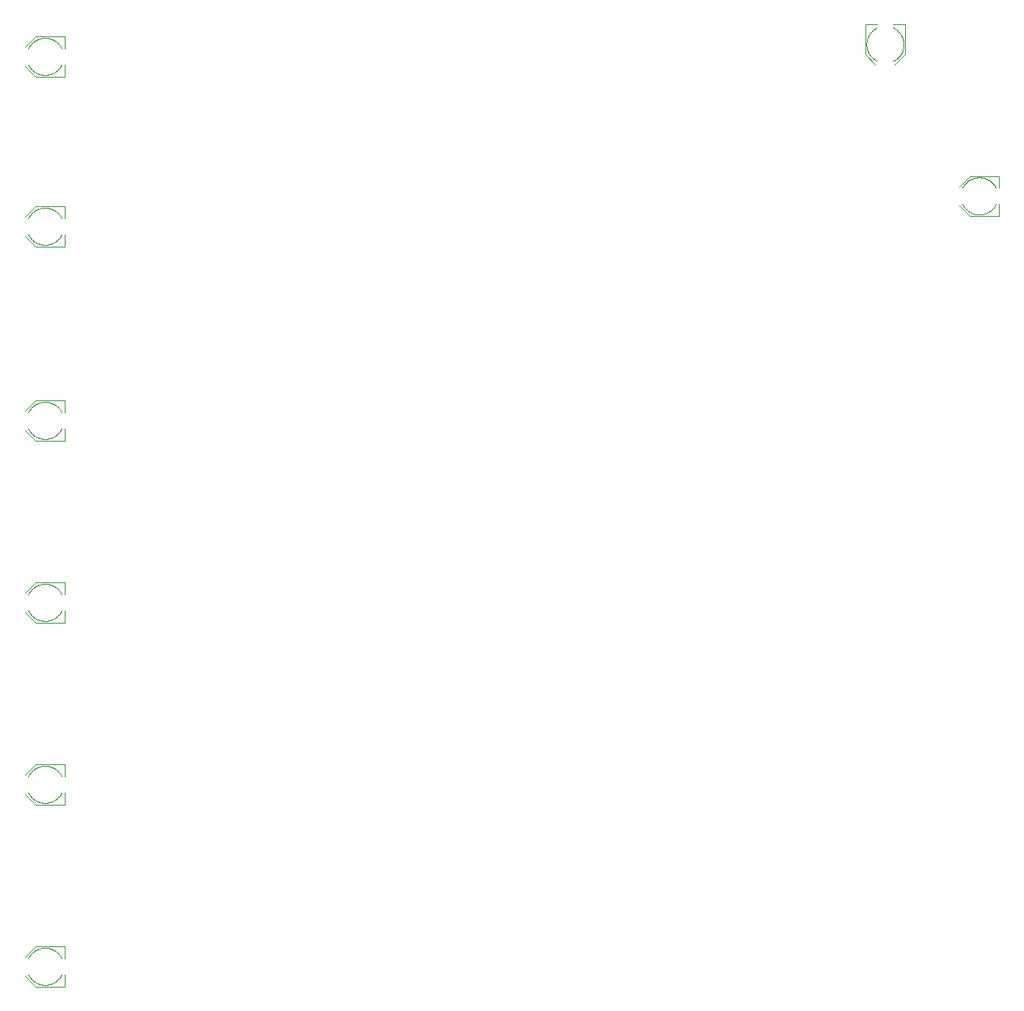
<source format=gbo>
G75*
%MOIN*%
%OFA0B0*%
%FSLAX25Y25*%
%IPPOS*%
%LPD*%
%AMOC8*
5,1,8,0,0,1.08239X$1,22.5*
%
%ADD10C,0.00400*%
D10*
X0077663Y0077815D02*
X0089868Y0077815D01*
X0089868Y0082736D01*
X0089868Y0089429D02*
X0089868Y0094350D01*
X0077663Y0094350D01*
X0073332Y0090019D01*
X0074711Y0082736D02*
X0074794Y0082569D01*
X0074881Y0082405D01*
X0074973Y0082242D01*
X0075068Y0082082D01*
X0075167Y0081925D01*
X0075270Y0081770D01*
X0075377Y0081617D01*
X0075488Y0081467D01*
X0075602Y0081320D01*
X0075719Y0081175D01*
X0075840Y0081034D01*
X0075965Y0080895D01*
X0076092Y0080760D01*
X0076223Y0080627D01*
X0076358Y0080498D01*
X0076495Y0080372D01*
X0076635Y0080250D01*
X0076779Y0080131D01*
X0076925Y0080015D01*
X0077074Y0079904D01*
X0077225Y0079795D01*
X0077379Y0079691D01*
X0077536Y0079590D01*
X0077695Y0079493D01*
X0077856Y0079400D01*
X0078020Y0079311D01*
X0078186Y0079226D01*
X0078353Y0079145D01*
X0078523Y0079068D01*
X0078695Y0078995D01*
X0078868Y0078927D01*
X0079043Y0078863D01*
X0079219Y0078803D01*
X0079397Y0078747D01*
X0079576Y0078695D01*
X0079756Y0078648D01*
X0079937Y0078606D01*
X0080119Y0078567D01*
X0080303Y0078534D01*
X0080486Y0078504D01*
X0080671Y0078480D01*
X0080856Y0078459D01*
X0081042Y0078443D01*
X0081228Y0078432D01*
X0081414Y0078425D01*
X0081600Y0078423D01*
X0081786Y0078425D01*
X0081972Y0078432D01*
X0082158Y0078443D01*
X0082344Y0078459D01*
X0082529Y0078480D01*
X0082714Y0078504D01*
X0082897Y0078534D01*
X0083081Y0078567D01*
X0083263Y0078606D01*
X0083444Y0078648D01*
X0083624Y0078695D01*
X0083803Y0078747D01*
X0083981Y0078803D01*
X0084157Y0078863D01*
X0084332Y0078927D01*
X0084505Y0078995D01*
X0084677Y0079068D01*
X0084847Y0079145D01*
X0085014Y0079226D01*
X0085180Y0079311D01*
X0085344Y0079400D01*
X0085505Y0079493D01*
X0085664Y0079590D01*
X0085821Y0079691D01*
X0085975Y0079795D01*
X0086126Y0079904D01*
X0086275Y0080015D01*
X0086421Y0080131D01*
X0086565Y0080250D01*
X0086705Y0080372D01*
X0086842Y0080498D01*
X0086977Y0080627D01*
X0087108Y0080760D01*
X0087235Y0080895D01*
X0087360Y0081034D01*
X0087481Y0081175D01*
X0087598Y0081320D01*
X0087712Y0081467D01*
X0087823Y0081617D01*
X0087930Y0081770D01*
X0088033Y0081925D01*
X0088132Y0082082D01*
X0088227Y0082242D01*
X0088319Y0082405D01*
X0088406Y0082569D01*
X0088489Y0082736D01*
X0088489Y0089428D02*
X0088406Y0089595D01*
X0088319Y0089759D01*
X0088227Y0089922D01*
X0088132Y0090082D01*
X0088033Y0090239D01*
X0087930Y0090394D01*
X0087823Y0090547D01*
X0087712Y0090697D01*
X0087598Y0090844D01*
X0087481Y0090989D01*
X0087360Y0091130D01*
X0087235Y0091269D01*
X0087108Y0091404D01*
X0086977Y0091537D01*
X0086842Y0091666D01*
X0086705Y0091792D01*
X0086565Y0091914D01*
X0086421Y0092033D01*
X0086275Y0092149D01*
X0086126Y0092260D01*
X0085975Y0092369D01*
X0085821Y0092473D01*
X0085664Y0092574D01*
X0085505Y0092671D01*
X0085344Y0092764D01*
X0085180Y0092853D01*
X0085014Y0092938D01*
X0084847Y0093019D01*
X0084677Y0093096D01*
X0084505Y0093169D01*
X0084332Y0093237D01*
X0084157Y0093301D01*
X0083981Y0093361D01*
X0083803Y0093417D01*
X0083624Y0093469D01*
X0083444Y0093516D01*
X0083263Y0093558D01*
X0083081Y0093597D01*
X0082897Y0093630D01*
X0082714Y0093660D01*
X0082529Y0093684D01*
X0082344Y0093705D01*
X0082158Y0093721D01*
X0081972Y0093732D01*
X0081786Y0093739D01*
X0081600Y0093741D01*
X0081414Y0093739D01*
X0081228Y0093732D01*
X0081042Y0093721D01*
X0080856Y0093705D01*
X0080671Y0093684D01*
X0080486Y0093660D01*
X0080303Y0093630D01*
X0080119Y0093597D01*
X0079937Y0093558D01*
X0079756Y0093516D01*
X0079576Y0093469D01*
X0079397Y0093417D01*
X0079219Y0093361D01*
X0079043Y0093301D01*
X0078868Y0093237D01*
X0078695Y0093169D01*
X0078523Y0093096D01*
X0078353Y0093019D01*
X0078186Y0092938D01*
X0078020Y0092853D01*
X0077856Y0092764D01*
X0077695Y0092671D01*
X0077536Y0092574D01*
X0077379Y0092473D01*
X0077225Y0092369D01*
X0077074Y0092260D01*
X0076925Y0092149D01*
X0076779Y0092033D01*
X0076635Y0091914D01*
X0076495Y0091792D01*
X0076358Y0091666D01*
X0076223Y0091537D01*
X0076092Y0091404D01*
X0075965Y0091269D01*
X0075840Y0091130D01*
X0075719Y0090989D01*
X0075602Y0090844D01*
X0075488Y0090697D01*
X0075377Y0090547D01*
X0075270Y0090394D01*
X0075167Y0090239D01*
X0075068Y0090082D01*
X0074973Y0089922D01*
X0074881Y0089759D01*
X0074794Y0089595D01*
X0074711Y0089428D01*
X0073332Y0082145D02*
X0077663Y0077815D01*
X0077663Y0152815D02*
X0089868Y0152815D01*
X0089868Y0157736D01*
X0089868Y0164429D02*
X0089868Y0169350D01*
X0077663Y0169350D01*
X0073332Y0165019D01*
X0074711Y0157736D02*
X0074794Y0157569D01*
X0074881Y0157405D01*
X0074973Y0157242D01*
X0075068Y0157082D01*
X0075167Y0156925D01*
X0075270Y0156770D01*
X0075377Y0156617D01*
X0075488Y0156467D01*
X0075602Y0156320D01*
X0075719Y0156175D01*
X0075840Y0156034D01*
X0075965Y0155895D01*
X0076092Y0155760D01*
X0076223Y0155627D01*
X0076358Y0155498D01*
X0076495Y0155372D01*
X0076635Y0155250D01*
X0076779Y0155131D01*
X0076925Y0155015D01*
X0077074Y0154904D01*
X0077225Y0154795D01*
X0077379Y0154691D01*
X0077536Y0154590D01*
X0077695Y0154493D01*
X0077856Y0154400D01*
X0078020Y0154311D01*
X0078186Y0154226D01*
X0078353Y0154145D01*
X0078523Y0154068D01*
X0078695Y0153995D01*
X0078868Y0153927D01*
X0079043Y0153863D01*
X0079219Y0153803D01*
X0079397Y0153747D01*
X0079576Y0153695D01*
X0079756Y0153648D01*
X0079937Y0153606D01*
X0080119Y0153567D01*
X0080303Y0153534D01*
X0080486Y0153504D01*
X0080671Y0153480D01*
X0080856Y0153459D01*
X0081042Y0153443D01*
X0081228Y0153432D01*
X0081414Y0153425D01*
X0081600Y0153423D01*
X0081786Y0153425D01*
X0081972Y0153432D01*
X0082158Y0153443D01*
X0082344Y0153459D01*
X0082529Y0153480D01*
X0082714Y0153504D01*
X0082897Y0153534D01*
X0083081Y0153567D01*
X0083263Y0153606D01*
X0083444Y0153648D01*
X0083624Y0153695D01*
X0083803Y0153747D01*
X0083981Y0153803D01*
X0084157Y0153863D01*
X0084332Y0153927D01*
X0084505Y0153995D01*
X0084677Y0154068D01*
X0084847Y0154145D01*
X0085014Y0154226D01*
X0085180Y0154311D01*
X0085344Y0154400D01*
X0085505Y0154493D01*
X0085664Y0154590D01*
X0085821Y0154691D01*
X0085975Y0154795D01*
X0086126Y0154904D01*
X0086275Y0155015D01*
X0086421Y0155131D01*
X0086565Y0155250D01*
X0086705Y0155372D01*
X0086842Y0155498D01*
X0086977Y0155627D01*
X0087108Y0155760D01*
X0087235Y0155895D01*
X0087360Y0156034D01*
X0087481Y0156175D01*
X0087598Y0156320D01*
X0087712Y0156467D01*
X0087823Y0156617D01*
X0087930Y0156770D01*
X0088033Y0156925D01*
X0088132Y0157082D01*
X0088227Y0157242D01*
X0088319Y0157405D01*
X0088406Y0157569D01*
X0088489Y0157736D01*
X0088489Y0164428D02*
X0088406Y0164595D01*
X0088319Y0164759D01*
X0088227Y0164922D01*
X0088132Y0165082D01*
X0088033Y0165239D01*
X0087930Y0165394D01*
X0087823Y0165547D01*
X0087712Y0165697D01*
X0087598Y0165844D01*
X0087481Y0165989D01*
X0087360Y0166130D01*
X0087235Y0166269D01*
X0087108Y0166404D01*
X0086977Y0166537D01*
X0086842Y0166666D01*
X0086705Y0166792D01*
X0086565Y0166914D01*
X0086421Y0167033D01*
X0086275Y0167149D01*
X0086126Y0167260D01*
X0085975Y0167369D01*
X0085821Y0167473D01*
X0085664Y0167574D01*
X0085505Y0167671D01*
X0085344Y0167764D01*
X0085180Y0167853D01*
X0085014Y0167938D01*
X0084847Y0168019D01*
X0084677Y0168096D01*
X0084505Y0168169D01*
X0084332Y0168237D01*
X0084157Y0168301D01*
X0083981Y0168361D01*
X0083803Y0168417D01*
X0083624Y0168469D01*
X0083444Y0168516D01*
X0083263Y0168558D01*
X0083081Y0168597D01*
X0082897Y0168630D01*
X0082714Y0168660D01*
X0082529Y0168684D01*
X0082344Y0168705D01*
X0082158Y0168721D01*
X0081972Y0168732D01*
X0081786Y0168739D01*
X0081600Y0168741D01*
X0081414Y0168739D01*
X0081228Y0168732D01*
X0081042Y0168721D01*
X0080856Y0168705D01*
X0080671Y0168684D01*
X0080486Y0168660D01*
X0080303Y0168630D01*
X0080119Y0168597D01*
X0079937Y0168558D01*
X0079756Y0168516D01*
X0079576Y0168469D01*
X0079397Y0168417D01*
X0079219Y0168361D01*
X0079043Y0168301D01*
X0078868Y0168237D01*
X0078695Y0168169D01*
X0078523Y0168096D01*
X0078353Y0168019D01*
X0078186Y0167938D01*
X0078020Y0167853D01*
X0077856Y0167764D01*
X0077695Y0167671D01*
X0077536Y0167574D01*
X0077379Y0167473D01*
X0077225Y0167369D01*
X0077074Y0167260D01*
X0076925Y0167149D01*
X0076779Y0167033D01*
X0076635Y0166914D01*
X0076495Y0166792D01*
X0076358Y0166666D01*
X0076223Y0166537D01*
X0076092Y0166404D01*
X0075965Y0166269D01*
X0075840Y0166130D01*
X0075719Y0165989D01*
X0075602Y0165844D01*
X0075488Y0165697D01*
X0075377Y0165547D01*
X0075270Y0165394D01*
X0075167Y0165239D01*
X0075068Y0165082D01*
X0074973Y0164922D01*
X0074881Y0164759D01*
X0074794Y0164595D01*
X0074711Y0164428D01*
X0073332Y0157145D02*
X0077663Y0152815D01*
X0077663Y0227815D02*
X0089868Y0227815D01*
X0089868Y0232736D01*
X0089868Y0239429D02*
X0089868Y0244350D01*
X0077663Y0244350D01*
X0073332Y0240019D01*
X0074711Y0232736D02*
X0074794Y0232569D01*
X0074881Y0232405D01*
X0074973Y0232242D01*
X0075068Y0232082D01*
X0075167Y0231925D01*
X0075270Y0231770D01*
X0075377Y0231617D01*
X0075488Y0231467D01*
X0075602Y0231320D01*
X0075719Y0231175D01*
X0075840Y0231034D01*
X0075965Y0230895D01*
X0076092Y0230760D01*
X0076223Y0230627D01*
X0076358Y0230498D01*
X0076495Y0230372D01*
X0076635Y0230250D01*
X0076779Y0230131D01*
X0076925Y0230015D01*
X0077074Y0229904D01*
X0077225Y0229795D01*
X0077379Y0229691D01*
X0077536Y0229590D01*
X0077695Y0229493D01*
X0077856Y0229400D01*
X0078020Y0229311D01*
X0078186Y0229226D01*
X0078353Y0229145D01*
X0078523Y0229068D01*
X0078695Y0228995D01*
X0078868Y0228927D01*
X0079043Y0228863D01*
X0079219Y0228803D01*
X0079397Y0228747D01*
X0079576Y0228695D01*
X0079756Y0228648D01*
X0079937Y0228606D01*
X0080119Y0228567D01*
X0080303Y0228534D01*
X0080486Y0228504D01*
X0080671Y0228480D01*
X0080856Y0228459D01*
X0081042Y0228443D01*
X0081228Y0228432D01*
X0081414Y0228425D01*
X0081600Y0228423D01*
X0081786Y0228425D01*
X0081972Y0228432D01*
X0082158Y0228443D01*
X0082344Y0228459D01*
X0082529Y0228480D01*
X0082714Y0228504D01*
X0082897Y0228534D01*
X0083081Y0228567D01*
X0083263Y0228606D01*
X0083444Y0228648D01*
X0083624Y0228695D01*
X0083803Y0228747D01*
X0083981Y0228803D01*
X0084157Y0228863D01*
X0084332Y0228927D01*
X0084505Y0228995D01*
X0084677Y0229068D01*
X0084847Y0229145D01*
X0085014Y0229226D01*
X0085180Y0229311D01*
X0085344Y0229400D01*
X0085505Y0229493D01*
X0085664Y0229590D01*
X0085821Y0229691D01*
X0085975Y0229795D01*
X0086126Y0229904D01*
X0086275Y0230015D01*
X0086421Y0230131D01*
X0086565Y0230250D01*
X0086705Y0230372D01*
X0086842Y0230498D01*
X0086977Y0230627D01*
X0087108Y0230760D01*
X0087235Y0230895D01*
X0087360Y0231034D01*
X0087481Y0231175D01*
X0087598Y0231320D01*
X0087712Y0231467D01*
X0087823Y0231617D01*
X0087930Y0231770D01*
X0088033Y0231925D01*
X0088132Y0232082D01*
X0088227Y0232242D01*
X0088319Y0232405D01*
X0088406Y0232569D01*
X0088489Y0232736D01*
X0088489Y0239428D02*
X0088406Y0239595D01*
X0088319Y0239759D01*
X0088227Y0239922D01*
X0088132Y0240082D01*
X0088033Y0240239D01*
X0087930Y0240394D01*
X0087823Y0240547D01*
X0087712Y0240697D01*
X0087598Y0240844D01*
X0087481Y0240989D01*
X0087360Y0241130D01*
X0087235Y0241269D01*
X0087108Y0241404D01*
X0086977Y0241537D01*
X0086842Y0241666D01*
X0086705Y0241792D01*
X0086565Y0241914D01*
X0086421Y0242033D01*
X0086275Y0242149D01*
X0086126Y0242260D01*
X0085975Y0242369D01*
X0085821Y0242473D01*
X0085664Y0242574D01*
X0085505Y0242671D01*
X0085344Y0242764D01*
X0085180Y0242853D01*
X0085014Y0242938D01*
X0084847Y0243019D01*
X0084677Y0243096D01*
X0084505Y0243169D01*
X0084332Y0243237D01*
X0084157Y0243301D01*
X0083981Y0243361D01*
X0083803Y0243417D01*
X0083624Y0243469D01*
X0083444Y0243516D01*
X0083263Y0243558D01*
X0083081Y0243597D01*
X0082897Y0243630D01*
X0082714Y0243660D01*
X0082529Y0243684D01*
X0082344Y0243705D01*
X0082158Y0243721D01*
X0081972Y0243732D01*
X0081786Y0243739D01*
X0081600Y0243741D01*
X0081414Y0243739D01*
X0081228Y0243732D01*
X0081042Y0243721D01*
X0080856Y0243705D01*
X0080671Y0243684D01*
X0080486Y0243660D01*
X0080303Y0243630D01*
X0080119Y0243597D01*
X0079937Y0243558D01*
X0079756Y0243516D01*
X0079576Y0243469D01*
X0079397Y0243417D01*
X0079219Y0243361D01*
X0079043Y0243301D01*
X0078868Y0243237D01*
X0078695Y0243169D01*
X0078523Y0243096D01*
X0078353Y0243019D01*
X0078186Y0242938D01*
X0078020Y0242853D01*
X0077856Y0242764D01*
X0077695Y0242671D01*
X0077536Y0242574D01*
X0077379Y0242473D01*
X0077225Y0242369D01*
X0077074Y0242260D01*
X0076925Y0242149D01*
X0076779Y0242033D01*
X0076635Y0241914D01*
X0076495Y0241792D01*
X0076358Y0241666D01*
X0076223Y0241537D01*
X0076092Y0241404D01*
X0075965Y0241269D01*
X0075840Y0241130D01*
X0075719Y0240989D01*
X0075602Y0240844D01*
X0075488Y0240697D01*
X0075377Y0240547D01*
X0075270Y0240394D01*
X0075167Y0240239D01*
X0075068Y0240082D01*
X0074973Y0239922D01*
X0074881Y0239759D01*
X0074794Y0239595D01*
X0074711Y0239428D01*
X0073332Y0232145D02*
X0077663Y0227815D01*
X0077663Y0302815D02*
X0089868Y0302815D01*
X0089868Y0307736D01*
X0089868Y0314429D02*
X0089868Y0319350D01*
X0077663Y0319350D01*
X0073332Y0315019D01*
X0074711Y0307736D02*
X0074794Y0307569D01*
X0074881Y0307405D01*
X0074973Y0307242D01*
X0075068Y0307082D01*
X0075167Y0306925D01*
X0075270Y0306770D01*
X0075377Y0306617D01*
X0075488Y0306467D01*
X0075602Y0306320D01*
X0075719Y0306175D01*
X0075840Y0306034D01*
X0075965Y0305895D01*
X0076092Y0305760D01*
X0076223Y0305627D01*
X0076358Y0305498D01*
X0076495Y0305372D01*
X0076635Y0305250D01*
X0076779Y0305131D01*
X0076925Y0305015D01*
X0077074Y0304904D01*
X0077225Y0304795D01*
X0077379Y0304691D01*
X0077536Y0304590D01*
X0077695Y0304493D01*
X0077856Y0304400D01*
X0078020Y0304311D01*
X0078186Y0304226D01*
X0078353Y0304145D01*
X0078523Y0304068D01*
X0078695Y0303995D01*
X0078868Y0303927D01*
X0079043Y0303863D01*
X0079219Y0303803D01*
X0079397Y0303747D01*
X0079576Y0303695D01*
X0079756Y0303648D01*
X0079937Y0303606D01*
X0080119Y0303567D01*
X0080303Y0303534D01*
X0080486Y0303504D01*
X0080671Y0303480D01*
X0080856Y0303459D01*
X0081042Y0303443D01*
X0081228Y0303432D01*
X0081414Y0303425D01*
X0081600Y0303423D01*
X0081786Y0303425D01*
X0081972Y0303432D01*
X0082158Y0303443D01*
X0082344Y0303459D01*
X0082529Y0303480D01*
X0082714Y0303504D01*
X0082897Y0303534D01*
X0083081Y0303567D01*
X0083263Y0303606D01*
X0083444Y0303648D01*
X0083624Y0303695D01*
X0083803Y0303747D01*
X0083981Y0303803D01*
X0084157Y0303863D01*
X0084332Y0303927D01*
X0084505Y0303995D01*
X0084677Y0304068D01*
X0084847Y0304145D01*
X0085014Y0304226D01*
X0085180Y0304311D01*
X0085344Y0304400D01*
X0085505Y0304493D01*
X0085664Y0304590D01*
X0085821Y0304691D01*
X0085975Y0304795D01*
X0086126Y0304904D01*
X0086275Y0305015D01*
X0086421Y0305131D01*
X0086565Y0305250D01*
X0086705Y0305372D01*
X0086842Y0305498D01*
X0086977Y0305627D01*
X0087108Y0305760D01*
X0087235Y0305895D01*
X0087360Y0306034D01*
X0087481Y0306175D01*
X0087598Y0306320D01*
X0087712Y0306467D01*
X0087823Y0306617D01*
X0087930Y0306770D01*
X0088033Y0306925D01*
X0088132Y0307082D01*
X0088227Y0307242D01*
X0088319Y0307405D01*
X0088406Y0307569D01*
X0088489Y0307736D01*
X0088489Y0314428D02*
X0088406Y0314595D01*
X0088319Y0314759D01*
X0088227Y0314922D01*
X0088132Y0315082D01*
X0088033Y0315239D01*
X0087930Y0315394D01*
X0087823Y0315547D01*
X0087712Y0315697D01*
X0087598Y0315844D01*
X0087481Y0315989D01*
X0087360Y0316130D01*
X0087235Y0316269D01*
X0087108Y0316404D01*
X0086977Y0316537D01*
X0086842Y0316666D01*
X0086705Y0316792D01*
X0086565Y0316914D01*
X0086421Y0317033D01*
X0086275Y0317149D01*
X0086126Y0317260D01*
X0085975Y0317369D01*
X0085821Y0317473D01*
X0085664Y0317574D01*
X0085505Y0317671D01*
X0085344Y0317764D01*
X0085180Y0317853D01*
X0085014Y0317938D01*
X0084847Y0318019D01*
X0084677Y0318096D01*
X0084505Y0318169D01*
X0084332Y0318237D01*
X0084157Y0318301D01*
X0083981Y0318361D01*
X0083803Y0318417D01*
X0083624Y0318469D01*
X0083444Y0318516D01*
X0083263Y0318558D01*
X0083081Y0318597D01*
X0082897Y0318630D01*
X0082714Y0318660D01*
X0082529Y0318684D01*
X0082344Y0318705D01*
X0082158Y0318721D01*
X0081972Y0318732D01*
X0081786Y0318739D01*
X0081600Y0318741D01*
X0081414Y0318739D01*
X0081228Y0318732D01*
X0081042Y0318721D01*
X0080856Y0318705D01*
X0080671Y0318684D01*
X0080486Y0318660D01*
X0080303Y0318630D01*
X0080119Y0318597D01*
X0079937Y0318558D01*
X0079756Y0318516D01*
X0079576Y0318469D01*
X0079397Y0318417D01*
X0079219Y0318361D01*
X0079043Y0318301D01*
X0078868Y0318237D01*
X0078695Y0318169D01*
X0078523Y0318096D01*
X0078353Y0318019D01*
X0078186Y0317938D01*
X0078020Y0317853D01*
X0077856Y0317764D01*
X0077695Y0317671D01*
X0077536Y0317574D01*
X0077379Y0317473D01*
X0077225Y0317369D01*
X0077074Y0317260D01*
X0076925Y0317149D01*
X0076779Y0317033D01*
X0076635Y0316914D01*
X0076495Y0316792D01*
X0076358Y0316666D01*
X0076223Y0316537D01*
X0076092Y0316404D01*
X0075965Y0316269D01*
X0075840Y0316130D01*
X0075719Y0315989D01*
X0075602Y0315844D01*
X0075488Y0315697D01*
X0075377Y0315547D01*
X0075270Y0315394D01*
X0075167Y0315239D01*
X0075068Y0315082D01*
X0074973Y0314922D01*
X0074881Y0314759D01*
X0074794Y0314595D01*
X0074711Y0314428D01*
X0073332Y0307145D02*
X0077663Y0302815D01*
X0077663Y0382815D02*
X0089868Y0382815D01*
X0089868Y0387736D01*
X0089868Y0394429D02*
X0089868Y0399350D01*
X0077663Y0399350D01*
X0073332Y0395019D01*
X0074711Y0387736D02*
X0074794Y0387569D01*
X0074881Y0387405D01*
X0074973Y0387242D01*
X0075068Y0387082D01*
X0075167Y0386925D01*
X0075270Y0386770D01*
X0075377Y0386617D01*
X0075488Y0386467D01*
X0075602Y0386320D01*
X0075719Y0386175D01*
X0075840Y0386034D01*
X0075965Y0385895D01*
X0076092Y0385760D01*
X0076223Y0385627D01*
X0076358Y0385498D01*
X0076495Y0385372D01*
X0076635Y0385250D01*
X0076779Y0385131D01*
X0076925Y0385015D01*
X0077074Y0384904D01*
X0077225Y0384795D01*
X0077379Y0384691D01*
X0077536Y0384590D01*
X0077695Y0384493D01*
X0077856Y0384400D01*
X0078020Y0384311D01*
X0078186Y0384226D01*
X0078353Y0384145D01*
X0078523Y0384068D01*
X0078695Y0383995D01*
X0078868Y0383927D01*
X0079043Y0383863D01*
X0079219Y0383803D01*
X0079397Y0383747D01*
X0079576Y0383695D01*
X0079756Y0383648D01*
X0079937Y0383606D01*
X0080119Y0383567D01*
X0080303Y0383534D01*
X0080486Y0383504D01*
X0080671Y0383480D01*
X0080856Y0383459D01*
X0081042Y0383443D01*
X0081228Y0383432D01*
X0081414Y0383425D01*
X0081600Y0383423D01*
X0081786Y0383425D01*
X0081972Y0383432D01*
X0082158Y0383443D01*
X0082344Y0383459D01*
X0082529Y0383480D01*
X0082714Y0383504D01*
X0082897Y0383534D01*
X0083081Y0383567D01*
X0083263Y0383606D01*
X0083444Y0383648D01*
X0083624Y0383695D01*
X0083803Y0383747D01*
X0083981Y0383803D01*
X0084157Y0383863D01*
X0084332Y0383927D01*
X0084505Y0383995D01*
X0084677Y0384068D01*
X0084847Y0384145D01*
X0085014Y0384226D01*
X0085180Y0384311D01*
X0085344Y0384400D01*
X0085505Y0384493D01*
X0085664Y0384590D01*
X0085821Y0384691D01*
X0085975Y0384795D01*
X0086126Y0384904D01*
X0086275Y0385015D01*
X0086421Y0385131D01*
X0086565Y0385250D01*
X0086705Y0385372D01*
X0086842Y0385498D01*
X0086977Y0385627D01*
X0087108Y0385760D01*
X0087235Y0385895D01*
X0087360Y0386034D01*
X0087481Y0386175D01*
X0087598Y0386320D01*
X0087712Y0386467D01*
X0087823Y0386617D01*
X0087930Y0386770D01*
X0088033Y0386925D01*
X0088132Y0387082D01*
X0088227Y0387242D01*
X0088319Y0387405D01*
X0088406Y0387569D01*
X0088489Y0387736D01*
X0088489Y0394428D02*
X0088406Y0394595D01*
X0088319Y0394759D01*
X0088227Y0394922D01*
X0088132Y0395082D01*
X0088033Y0395239D01*
X0087930Y0395394D01*
X0087823Y0395547D01*
X0087712Y0395697D01*
X0087598Y0395844D01*
X0087481Y0395989D01*
X0087360Y0396130D01*
X0087235Y0396269D01*
X0087108Y0396404D01*
X0086977Y0396537D01*
X0086842Y0396666D01*
X0086705Y0396792D01*
X0086565Y0396914D01*
X0086421Y0397033D01*
X0086275Y0397149D01*
X0086126Y0397260D01*
X0085975Y0397369D01*
X0085821Y0397473D01*
X0085664Y0397574D01*
X0085505Y0397671D01*
X0085344Y0397764D01*
X0085180Y0397853D01*
X0085014Y0397938D01*
X0084847Y0398019D01*
X0084677Y0398096D01*
X0084505Y0398169D01*
X0084332Y0398237D01*
X0084157Y0398301D01*
X0083981Y0398361D01*
X0083803Y0398417D01*
X0083624Y0398469D01*
X0083444Y0398516D01*
X0083263Y0398558D01*
X0083081Y0398597D01*
X0082897Y0398630D01*
X0082714Y0398660D01*
X0082529Y0398684D01*
X0082344Y0398705D01*
X0082158Y0398721D01*
X0081972Y0398732D01*
X0081786Y0398739D01*
X0081600Y0398741D01*
X0081414Y0398739D01*
X0081228Y0398732D01*
X0081042Y0398721D01*
X0080856Y0398705D01*
X0080671Y0398684D01*
X0080486Y0398660D01*
X0080303Y0398630D01*
X0080119Y0398597D01*
X0079937Y0398558D01*
X0079756Y0398516D01*
X0079576Y0398469D01*
X0079397Y0398417D01*
X0079219Y0398361D01*
X0079043Y0398301D01*
X0078868Y0398237D01*
X0078695Y0398169D01*
X0078523Y0398096D01*
X0078353Y0398019D01*
X0078186Y0397938D01*
X0078020Y0397853D01*
X0077856Y0397764D01*
X0077695Y0397671D01*
X0077536Y0397574D01*
X0077379Y0397473D01*
X0077225Y0397369D01*
X0077074Y0397260D01*
X0076925Y0397149D01*
X0076779Y0397033D01*
X0076635Y0396914D01*
X0076495Y0396792D01*
X0076358Y0396666D01*
X0076223Y0396537D01*
X0076092Y0396404D01*
X0075965Y0396269D01*
X0075840Y0396130D01*
X0075719Y0395989D01*
X0075602Y0395844D01*
X0075488Y0395697D01*
X0075377Y0395547D01*
X0075270Y0395394D01*
X0075167Y0395239D01*
X0075068Y0395082D01*
X0074973Y0394922D01*
X0074881Y0394759D01*
X0074794Y0394595D01*
X0074711Y0394428D01*
X0073332Y0387145D02*
X0077663Y0382815D01*
X0077663Y0452815D02*
X0089868Y0452815D01*
X0089868Y0457736D01*
X0089868Y0464429D02*
X0089868Y0469350D01*
X0077663Y0469350D01*
X0073332Y0465019D01*
X0074711Y0457736D02*
X0074794Y0457569D01*
X0074881Y0457405D01*
X0074973Y0457242D01*
X0075068Y0457082D01*
X0075167Y0456925D01*
X0075270Y0456770D01*
X0075377Y0456617D01*
X0075488Y0456467D01*
X0075602Y0456320D01*
X0075719Y0456175D01*
X0075840Y0456034D01*
X0075965Y0455895D01*
X0076092Y0455760D01*
X0076223Y0455627D01*
X0076358Y0455498D01*
X0076495Y0455372D01*
X0076635Y0455250D01*
X0076779Y0455131D01*
X0076925Y0455015D01*
X0077074Y0454904D01*
X0077225Y0454795D01*
X0077379Y0454691D01*
X0077536Y0454590D01*
X0077695Y0454493D01*
X0077856Y0454400D01*
X0078020Y0454311D01*
X0078186Y0454226D01*
X0078353Y0454145D01*
X0078523Y0454068D01*
X0078695Y0453995D01*
X0078868Y0453927D01*
X0079043Y0453863D01*
X0079219Y0453803D01*
X0079397Y0453747D01*
X0079576Y0453695D01*
X0079756Y0453648D01*
X0079937Y0453606D01*
X0080119Y0453567D01*
X0080303Y0453534D01*
X0080486Y0453504D01*
X0080671Y0453480D01*
X0080856Y0453459D01*
X0081042Y0453443D01*
X0081228Y0453432D01*
X0081414Y0453425D01*
X0081600Y0453423D01*
X0081786Y0453425D01*
X0081972Y0453432D01*
X0082158Y0453443D01*
X0082344Y0453459D01*
X0082529Y0453480D01*
X0082714Y0453504D01*
X0082897Y0453534D01*
X0083081Y0453567D01*
X0083263Y0453606D01*
X0083444Y0453648D01*
X0083624Y0453695D01*
X0083803Y0453747D01*
X0083981Y0453803D01*
X0084157Y0453863D01*
X0084332Y0453927D01*
X0084505Y0453995D01*
X0084677Y0454068D01*
X0084847Y0454145D01*
X0085014Y0454226D01*
X0085180Y0454311D01*
X0085344Y0454400D01*
X0085505Y0454493D01*
X0085664Y0454590D01*
X0085821Y0454691D01*
X0085975Y0454795D01*
X0086126Y0454904D01*
X0086275Y0455015D01*
X0086421Y0455131D01*
X0086565Y0455250D01*
X0086705Y0455372D01*
X0086842Y0455498D01*
X0086977Y0455627D01*
X0087108Y0455760D01*
X0087235Y0455895D01*
X0087360Y0456034D01*
X0087481Y0456175D01*
X0087598Y0456320D01*
X0087712Y0456467D01*
X0087823Y0456617D01*
X0087930Y0456770D01*
X0088033Y0456925D01*
X0088132Y0457082D01*
X0088227Y0457242D01*
X0088319Y0457405D01*
X0088406Y0457569D01*
X0088489Y0457736D01*
X0088489Y0464428D02*
X0088406Y0464595D01*
X0088319Y0464759D01*
X0088227Y0464922D01*
X0088132Y0465082D01*
X0088033Y0465239D01*
X0087930Y0465394D01*
X0087823Y0465547D01*
X0087712Y0465697D01*
X0087598Y0465844D01*
X0087481Y0465989D01*
X0087360Y0466130D01*
X0087235Y0466269D01*
X0087108Y0466404D01*
X0086977Y0466537D01*
X0086842Y0466666D01*
X0086705Y0466792D01*
X0086565Y0466914D01*
X0086421Y0467033D01*
X0086275Y0467149D01*
X0086126Y0467260D01*
X0085975Y0467369D01*
X0085821Y0467473D01*
X0085664Y0467574D01*
X0085505Y0467671D01*
X0085344Y0467764D01*
X0085180Y0467853D01*
X0085014Y0467938D01*
X0084847Y0468019D01*
X0084677Y0468096D01*
X0084505Y0468169D01*
X0084332Y0468237D01*
X0084157Y0468301D01*
X0083981Y0468361D01*
X0083803Y0468417D01*
X0083624Y0468469D01*
X0083444Y0468516D01*
X0083263Y0468558D01*
X0083081Y0468597D01*
X0082897Y0468630D01*
X0082714Y0468660D01*
X0082529Y0468684D01*
X0082344Y0468705D01*
X0082158Y0468721D01*
X0081972Y0468732D01*
X0081786Y0468739D01*
X0081600Y0468741D01*
X0081414Y0468739D01*
X0081228Y0468732D01*
X0081042Y0468721D01*
X0080856Y0468705D01*
X0080671Y0468684D01*
X0080486Y0468660D01*
X0080303Y0468630D01*
X0080119Y0468597D01*
X0079937Y0468558D01*
X0079756Y0468516D01*
X0079576Y0468469D01*
X0079397Y0468417D01*
X0079219Y0468361D01*
X0079043Y0468301D01*
X0078868Y0468237D01*
X0078695Y0468169D01*
X0078523Y0468096D01*
X0078353Y0468019D01*
X0078186Y0467938D01*
X0078020Y0467853D01*
X0077856Y0467764D01*
X0077695Y0467671D01*
X0077536Y0467574D01*
X0077379Y0467473D01*
X0077225Y0467369D01*
X0077074Y0467260D01*
X0076925Y0467149D01*
X0076779Y0467033D01*
X0076635Y0466914D01*
X0076495Y0466792D01*
X0076358Y0466666D01*
X0076223Y0466537D01*
X0076092Y0466404D01*
X0075965Y0466269D01*
X0075840Y0466130D01*
X0075719Y0465989D01*
X0075602Y0465844D01*
X0075488Y0465697D01*
X0075377Y0465547D01*
X0075270Y0465394D01*
X0075167Y0465239D01*
X0075068Y0465082D01*
X0074973Y0464922D01*
X0074881Y0464759D01*
X0074794Y0464595D01*
X0074711Y0464428D01*
X0073332Y0457145D02*
X0077663Y0452815D01*
X0419582Y0462145D02*
X0423913Y0457815D01*
X0419582Y0462145D02*
X0419582Y0474350D01*
X0424504Y0474350D01*
X0431196Y0474350D02*
X0436118Y0474350D01*
X0436118Y0462145D01*
X0431787Y0457815D01*
X0431196Y0459193D02*
X0431363Y0459276D01*
X0431527Y0459363D01*
X0431690Y0459455D01*
X0431850Y0459550D01*
X0432007Y0459649D01*
X0432162Y0459752D01*
X0432315Y0459859D01*
X0432465Y0459970D01*
X0432612Y0460084D01*
X0432757Y0460201D01*
X0432898Y0460322D01*
X0433037Y0460447D01*
X0433172Y0460574D01*
X0433305Y0460705D01*
X0433434Y0460840D01*
X0433560Y0460977D01*
X0433682Y0461117D01*
X0433801Y0461261D01*
X0433917Y0461407D01*
X0434028Y0461556D01*
X0434137Y0461707D01*
X0434241Y0461861D01*
X0434342Y0462018D01*
X0434439Y0462177D01*
X0434532Y0462338D01*
X0434621Y0462502D01*
X0434706Y0462668D01*
X0434787Y0462835D01*
X0434864Y0463005D01*
X0434937Y0463177D01*
X0435005Y0463350D01*
X0435069Y0463525D01*
X0435129Y0463701D01*
X0435185Y0463879D01*
X0435237Y0464058D01*
X0435284Y0464238D01*
X0435326Y0464419D01*
X0435365Y0464601D01*
X0435398Y0464785D01*
X0435428Y0464968D01*
X0435452Y0465153D01*
X0435473Y0465338D01*
X0435489Y0465524D01*
X0435500Y0465710D01*
X0435507Y0465896D01*
X0435509Y0466082D01*
X0435507Y0466268D01*
X0435500Y0466454D01*
X0435489Y0466640D01*
X0435473Y0466826D01*
X0435452Y0467011D01*
X0435428Y0467196D01*
X0435398Y0467379D01*
X0435365Y0467563D01*
X0435326Y0467745D01*
X0435284Y0467926D01*
X0435237Y0468106D01*
X0435185Y0468285D01*
X0435129Y0468463D01*
X0435069Y0468639D01*
X0435005Y0468814D01*
X0434937Y0468987D01*
X0434864Y0469159D01*
X0434787Y0469329D01*
X0434706Y0469496D01*
X0434621Y0469662D01*
X0434532Y0469826D01*
X0434439Y0469987D01*
X0434342Y0470146D01*
X0434241Y0470303D01*
X0434137Y0470457D01*
X0434028Y0470608D01*
X0433917Y0470757D01*
X0433801Y0470903D01*
X0433682Y0471047D01*
X0433560Y0471187D01*
X0433434Y0471324D01*
X0433305Y0471459D01*
X0433172Y0471590D01*
X0433037Y0471717D01*
X0432898Y0471842D01*
X0432757Y0471963D01*
X0432612Y0472080D01*
X0432465Y0472194D01*
X0432315Y0472305D01*
X0432162Y0472412D01*
X0432007Y0472515D01*
X0431850Y0472614D01*
X0431690Y0472709D01*
X0431527Y0472801D01*
X0431363Y0472888D01*
X0431196Y0472971D01*
X0424504Y0472971D02*
X0424337Y0472888D01*
X0424173Y0472801D01*
X0424010Y0472709D01*
X0423850Y0472614D01*
X0423693Y0472515D01*
X0423538Y0472412D01*
X0423385Y0472305D01*
X0423235Y0472194D01*
X0423088Y0472080D01*
X0422943Y0471963D01*
X0422802Y0471842D01*
X0422663Y0471717D01*
X0422528Y0471590D01*
X0422395Y0471459D01*
X0422266Y0471324D01*
X0422140Y0471187D01*
X0422018Y0471047D01*
X0421899Y0470903D01*
X0421783Y0470757D01*
X0421672Y0470608D01*
X0421563Y0470457D01*
X0421459Y0470303D01*
X0421358Y0470146D01*
X0421261Y0469987D01*
X0421168Y0469826D01*
X0421079Y0469662D01*
X0420994Y0469496D01*
X0420913Y0469329D01*
X0420836Y0469159D01*
X0420763Y0468987D01*
X0420695Y0468814D01*
X0420631Y0468639D01*
X0420571Y0468463D01*
X0420515Y0468285D01*
X0420463Y0468106D01*
X0420416Y0467926D01*
X0420374Y0467745D01*
X0420335Y0467563D01*
X0420302Y0467379D01*
X0420272Y0467196D01*
X0420248Y0467011D01*
X0420227Y0466826D01*
X0420211Y0466640D01*
X0420200Y0466454D01*
X0420193Y0466268D01*
X0420191Y0466082D01*
X0420193Y0465896D01*
X0420200Y0465710D01*
X0420211Y0465524D01*
X0420227Y0465338D01*
X0420248Y0465153D01*
X0420272Y0464968D01*
X0420302Y0464785D01*
X0420335Y0464601D01*
X0420374Y0464419D01*
X0420416Y0464238D01*
X0420463Y0464058D01*
X0420515Y0463879D01*
X0420571Y0463701D01*
X0420631Y0463525D01*
X0420695Y0463350D01*
X0420763Y0463177D01*
X0420836Y0463005D01*
X0420913Y0462835D01*
X0420994Y0462668D01*
X0421079Y0462502D01*
X0421168Y0462338D01*
X0421261Y0462177D01*
X0421358Y0462018D01*
X0421459Y0461861D01*
X0421563Y0461707D01*
X0421672Y0461556D01*
X0421783Y0461407D01*
X0421899Y0461261D01*
X0422018Y0461117D01*
X0422140Y0460977D01*
X0422266Y0460840D01*
X0422395Y0460705D01*
X0422528Y0460574D01*
X0422663Y0460447D01*
X0422802Y0460322D01*
X0422943Y0460201D01*
X0423088Y0460084D01*
X0423235Y0459970D01*
X0423385Y0459859D01*
X0423538Y0459752D01*
X0423693Y0459649D01*
X0423850Y0459550D01*
X0424010Y0459455D01*
X0424173Y0459363D01*
X0424337Y0459276D01*
X0424504Y0459193D01*
X0462663Y0411850D02*
X0458332Y0407519D01*
X0462663Y0411850D02*
X0474868Y0411850D01*
X0474868Y0406929D01*
X0474868Y0400236D02*
X0474868Y0395315D01*
X0462663Y0395315D01*
X0458332Y0399645D01*
X0459711Y0406928D02*
X0459794Y0407095D01*
X0459881Y0407259D01*
X0459973Y0407422D01*
X0460068Y0407582D01*
X0460167Y0407739D01*
X0460270Y0407894D01*
X0460377Y0408047D01*
X0460488Y0408197D01*
X0460602Y0408344D01*
X0460719Y0408489D01*
X0460840Y0408630D01*
X0460965Y0408769D01*
X0461092Y0408904D01*
X0461223Y0409037D01*
X0461358Y0409166D01*
X0461495Y0409292D01*
X0461635Y0409414D01*
X0461779Y0409533D01*
X0461925Y0409649D01*
X0462074Y0409760D01*
X0462225Y0409869D01*
X0462379Y0409973D01*
X0462536Y0410074D01*
X0462695Y0410171D01*
X0462856Y0410264D01*
X0463020Y0410353D01*
X0463186Y0410438D01*
X0463353Y0410519D01*
X0463523Y0410596D01*
X0463695Y0410669D01*
X0463868Y0410737D01*
X0464043Y0410801D01*
X0464219Y0410861D01*
X0464397Y0410917D01*
X0464576Y0410969D01*
X0464756Y0411016D01*
X0464937Y0411058D01*
X0465119Y0411097D01*
X0465303Y0411130D01*
X0465486Y0411160D01*
X0465671Y0411184D01*
X0465856Y0411205D01*
X0466042Y0411221D01*
X0466228Y0411232D01*
X0466414Y0411239D01*
X0466600Y0411241D01*
X0466786Y0411239D01*
X0466972Y0411232D01*
X0467158Y0411221D01*
X0467344Y0411205D01*
X0467529Y0411184D01*
X0467714Y0411160D01*
X0467897Y0411130D01*
X0468081Y0411097D01*
X0468263Y0411058D01*
X0468444Y0411016D01*
X0468624Y0410969D01*
X0468803Y0410917D01*
X0468981Y0410861D01*
X0469157Y0410801D01*
X0469332Y0410737D01*
X0469505Y0410669D01*
X0469677Y0410596D01*
X0469847Y0410519D01*
X0470014Y0410438D01*
X0470180Y0410353D01*
X0470344Y0410264D01*
X0470505Y0410171D01*
X0470664Y0410074D01*
X0470821Y0409973D01*
X0470975Y0409869D01*
X0471126Y0409760D01*
X0471275Y0409649D01*
X0471421Y0409533D01*
X0471565Y0409414D01*
X0471705Y0409292D01*
X0471842Y0409166D01*
X0471977Y0409037D01*
X0472108Y0408904D01*
X0472235Y0408769D01*
X0472360Y0408630D01*
X0472481Y0408489D01*
X0472598Y0408344D01*
X0472712Y0408197D01*
X0472823Y0408047D01*
X0472930Y0407894D01*
X0473033Y0407739D01*
X0473132Y0407582D01*
X0473227Y0407422D01*
X0473319Y0407259D01*
X0473406Y0407095D01*
X0473489Y0406928D01*
X0473489Y0400236D02*
X0473406Y0400069D01*
X0473319Y0399905D01*
X0473227Y0399742D01*
X0473132Y0399582D01*
X0473033Y0399425D01*
X0472930Y0399270D01*
X0472823Y0399117D01*
X0472712Y0398967D01*
X0472598Y0398820D01*
X0472481Y0398675D01*
X0472360Y0398534D01*
X0472235Y0398395D01*
X0472108Y0398260D01*
X0471977Y0398127D01*
X0471842Y0397998D01*
X0471705Y0397872D01*
X0471565Y0397750D01*
X0471421Y0397631D01*
X0471275Y0397515D01*
X0471126Y0397404D01*
X0470975Y0397295D01*
X0470821Y0397191D01*
X0470664Y0397090D01*
X0470505Y0396993D01*
X0470344Y0396900D01*
X0470180Y0396811D01*
X0470014Y0396726D01*
X0469847Y0396645D01*
X0469677Y0396568D01*
X0469505Y0396495D01*
X0469332Y0396427D01*
X0469157Y0396363D01*
X0468981Y0396303D01*
X0468803Y0396247D01*
X0468624Y0396195D01*
X0468444Y0396148D01*
X0468263Y0396106D01*
X0468081Y0396067D01*
X0467897Y0396034D01*
X0467714Y0396004D01*
X0467529Y0395980D01*
X0467344Y0395959D01*
X0467158Y0395943D01*
X0466972Y0395932D01*
X0466786Y0395925D01*
X0466600Y0395923D01*
X0466414Y0395925D01*
X0466228Y0395932D01*
X0466042Y0395943D01*
X0465856Y0395959D01*
X0465671Y0395980D01*
X0465486Y0396004D01*
X0465303Y0396034D01*
X0465119Y0396067D01*
X0464937Y0396106D01*
X0464756Y0396148D01*
X0464576Y0396195D01*
X0464397Y0396247D01*
X0464219Y0396303D01*
X0464043Y0396363D01*
X0463868Y0396427D01*
X0463695Y0396495D01*
X0463523Y0396568D01*
X0463353Y0396645D01*
X0463186Y0396726D01*
X0463020Y0396811D01*
X0462856Y0396900D01*
X0462695Y0396993D01*
X0462536Y0397090D01*
X0462379Y0397191D01*
X0462225Y0397295D01*
X0462074Y0397404D01*
X0461925Y0397515D01*
X0461779Y0397631D01*
X0461635Y0397750D01*
X0461495Y0397872D01*
X0461358Y0397998D01*
X0461223Y0398127D01*
X0461092Y0398260D01*
X0460965Y0398395D01*
X0460840Y0398534D01*
X0460719Y0398675D01*
X0460602Y0398820D01*
X0460488Y0398967D01*
X0460377Y0399117D01*
X0460270Y0399270D01*
X0460167Y0399425D01*
X0460068Y0399582D01*
X0459973Y0399742D01*
X0459881Y0399905D01*
X0459794Y0400069D01*
X0459711Y0400236D01*
M02*

</source>
